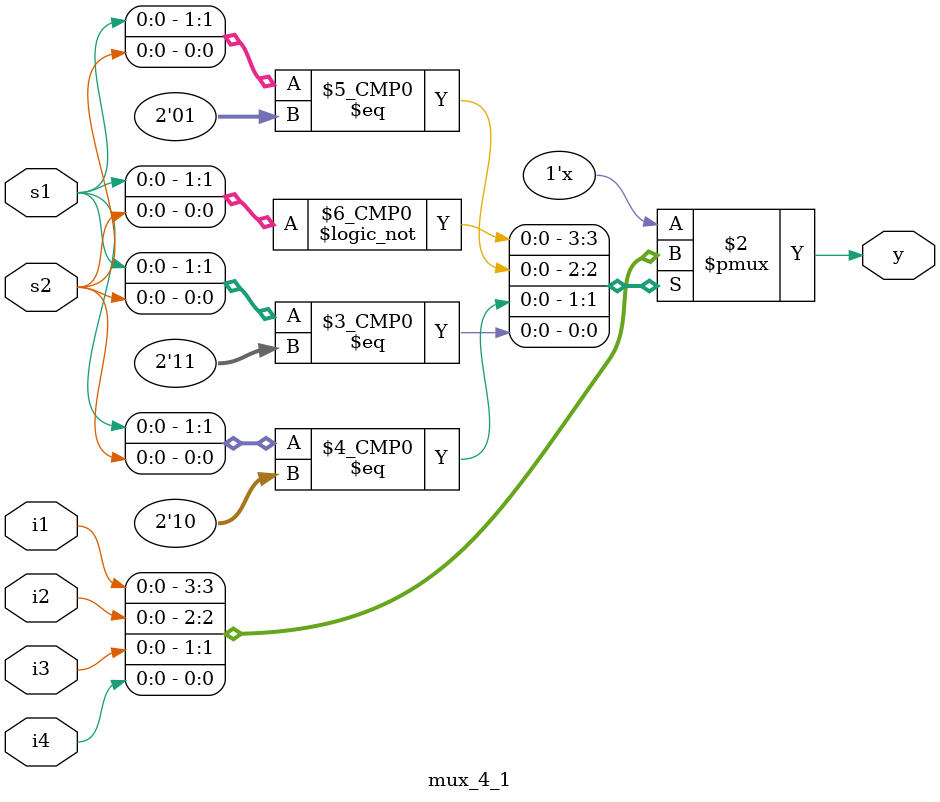
<source format=v>
module mux_4_1(input i1,i2,i3,i4,s1,s2,output reg y);
  always@(*)begin
    case({s1,s2})
      2'h0 :y=i1;
      2'h1 :y=i2;
      2'h2 :y=i3;
      2'h3 :y=i4;
    endcase
  end
      
endmodule

</source>
